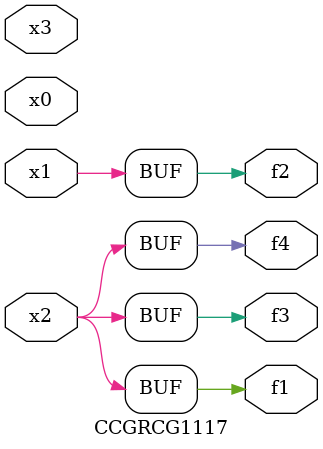
<source format=v>
module CCGRCG1117(
	input x0, x1, x2, x3,
	output f1, f2, f3, f4
);
	assign f1 = x2;
	assign f2 = x1;
	assign f3 = x2;
	assign f4 = x2;
endmodule

</source>
